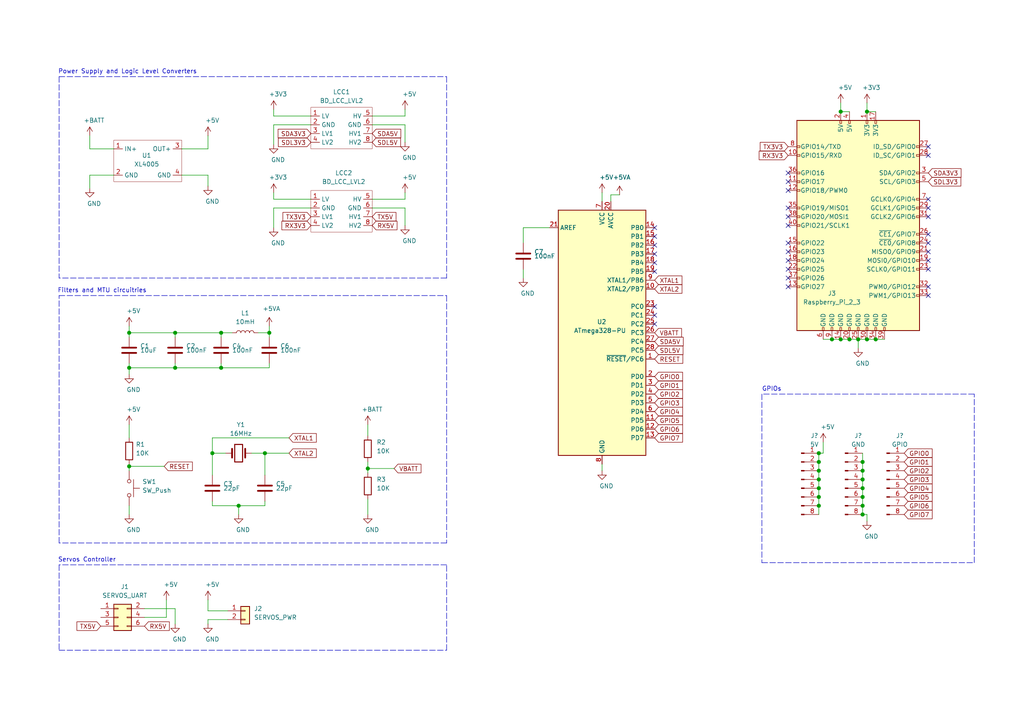
<source format=kicad_sch>
(kicad_sch (version 20201015) (generator eeschema)
  (paper "A4")
  (lib_symbols
    (symbol "Connector:Conn_01x08_Male" (pin_names (offset 1.016) hide)
      (property "Reference" "J" (at 0 10.16 0))
      (property "Value" "Conn_01x08_Male" (at 0 -12.7 0))
      (symbol "Conn_01x08_Male_1_1"
        (rectangle (start 0.8636 -10.033) (end 0 -10.287) (stroke (width 0.1524)) (fill (type outline)))
        (rectangle (start 0.8636 -7.493) (end 0 -7.747) (stroke (width 0.1524)) (fill (type outline)))
        (rectangle (start 0.8636 -4.953) (end 0 -5.207) (stroke (width 0.1524)) (fill (type outline)))
        (rectangle (start 0.8636 -2.413) (end 0 -2.667) (stroke (width 0.1524)) (fill (type outline)))
        (rectangle (start 0.8636 0.127) (end 0 -0.127) (stroke (width 0.1524)) (fill (type outline)))
        (rectangle (start 0.8636 2.667) (end 0 2.413) (stroke (width 0.1524)) (fill (type outline)))
        (rectangle (start 0.8636 5.207) (end 0 4.953) (stroke (width 0.1524)) (fill (type outline)))
        (rectangle (start 0.8636 7.747) (end 0 7.493) (stroke (width 0.1524)) (fill (type outline)))
        (polyline (pts (xy 1.27 -10.16) (xy 0.8636 -10.16)) (stroke (width 0.1524)))
        (polyline (pts (xy 1.27 -7.62) (xy 0.8636 -7.62)) (stroke (width 0.1524)))
        (polyline (pts (xy 1.27 -5.08) (xy 0.8636 -5.08)) (stroke (width 0.1524)))
        (polyline (pts (xy 1.27 -2.54) (xy 0.8636 -2.54)) (stroke (width 0.1524)))
        (polyline (pts (xy 1.27 0) (xy 0.8636 0)) (stroke (width 0.1524)))
        (polyline (pts (xy 1.27 2.54) (xy 0.8636 2.54)) (stroke (width 0.1524)))
        (polyline (pts (xy 1.27 5.08) (xy 0.8636 5.08)) (stroke (width 0.1524)))
        (polyline (pts (xy 1.27 7.62) (xy 0.8636 7.62)) (stroke (width 0.1524)))
        (pin passive line (at 5.08 7.62 180) (length 3.81) (name "Pin_1") (number "1"))
        (pin passive line (at 5.08 5.08 180) (length 3.81) (name "Pin_2") (number "2"))
        (pin passive line (at 5.08 2.54 180) (length 3.81) (name "Pin_3") (number "3"))
        (pin passive line (at 5.08 0 180) (length 3.81) (name "Pin_4") (number "4"))
        (pin passive line (at 5.08 -2.54 180) (length 3.81) (name "Pin_5") (number "5"))
        (pin passive line (at 5.08 -5.08 180) (length 3.81) (name "Pin_6") (number "6"))
        (pin passive line (at 5.08 -7.62 180) (length 3.81) (name "Pin_7") (number "7"))
        (pin passive line (at 5.08 -10.16 180) (length 3.81) (name "Pin_8") (number "8"))
      )
    )
    (symbol "Connector:Raspberry_Pi_2_3" (pin_names (offset 1.016))
      (property "Reference" "J" (at -17.78 31.75 0))
      (property "Value" "Raspberry_Pi_2_3" (at 10.16 -31.75 0))
      (symbol "Raspberry_Pi_2_3_0_1"
        (rectangle (start -17.78 30.48) (end 17.78 -30.48) (stroke (width 0.254)) (fill (type background)))
      )
      (symbol "Raspberry_Pi_2_3_1_1"
        (rectangle (start -16.891 -17.526) (end -17.78 -18.034))
        (rectangle (start -16.891 -14.986) (end -17.78 -15.494))
        (rectangle (start -16.891 -12.446) (end -17.78 -12.954))
        (rectangle (start -16.891 -9.906) (end -17.78 -10.414))
        (rectangle (start -16.891 -7.366) (end -17.78 -7.874))
        (rectangle (start -16.891 -4.826) (end -17.78 -5.334))
        (rectangle (start -16.891 0.254) (end -17.78 -0.254))
        (rectangle (start -16.891 2.794) (end -17.78 2.286))
        (rectangle (start -16.891 5.334) (end -17.78 4.826))
        (rectangle (start -16.891 10.414) (end -17.78 9.906))
        (rectangle (start -16.891 12.954) (end -17.78 12.446))
        (rectangle (start -16.891 15.494) (end -17.78 14.986))
        (rectangle (start -16.891 20.574) (end -17.78 20.066))
        (rectangle (start -16.891 23.114) (end -17.78 22.606))
        (rectangle (start -10.414 -29.591) (end -9.906 -30.48))
        (rectangle (start -7.874 -29.591) (end -7.366 -30.48))
        (rectangle (start -5.334 -29.591) (end -4.826 -30.48))
        (rectangle (start -5.334 30.48) (end -4.826 29.591))
        (rectangle (start -2.794 -29.591) (end -2.286 -30.48))
        (rectangle (start -2.794 30.48) (end -2.286 29.591))
        (rectangle (start -0.254 -29.591) (end 0.254 -30.48))
        (rectangle (start 2.286 -29.591) (end 2.794 -30.48))
        (rectangle (start 2.286 30.48) (end 2.794 29.591))
        (rectangle (start 4.826 -29.591) (end 5.334 -30.48))
        (rectangle (start 4.826 30.48) (end 5.334 29.591))
        (rectangle (start 7.366 -29.591) (end 7.874 -30.48))
        (rectangle (start 17.78 -20.066) (end 16.891 -20.574))
        (rectangle (start 17.78 -17.526) (end 16.891 -18.034))
        (rectangle (start 17.78 -12.446) (end 16.891 -12.954))
        (rectangle (start 17.78 -9.906) (end 16.891 -10.414))
        (rectangle (start 17.78 -7.366) (end 16.891 -7.874))
        (rectangle (start 17.78 -4.826) (end 16.891 -5.334))
        (rectangle (start 17.78 -2.286) (end 16.891 -2.794))
        (rectangle (start 17.78 2.794) (end 16.891 2.286))
        (rectangle (start 17.78 5.334) (end 16.891 4.826))
        (rectangle (start 17.78 7.874) (end 16.891 7.366))
        (rectangle (start 17.78 12.954) (end 16.891 12.446))
        (rectangle (start 17.78 15.494) (end 16.891 14.986))
        (rectangle (start 17.78 20.574) (end 16.891 20.066))
        (rectangle (start 17.78 23.114) (end 16.891 22.606))
        (pin power_in line (at 2.54 33.02 270) (length 2.54) (name "3V3") (number "1"))
        (pin bidirectional line (at -20.32 20.32 0) (length 2.54) (name "GPIO15/RXD") (number "10"))
        (pin bidirectional line (at -20.32 12.7 0) (length 2.54) (name "GPIO17") (number "11"))
        (pin bidirectional line (at -20.32 10.16 0) (length 2.54) (name "GPIO18/PWM0") (number "12"))
        (pin bidirectional line (at -20.32 -17.78 0) (length 2.54) (name "GPIO27") (number "13"))
        (pin power_in line (at -5.08 -33.02 90) (length 2.54) (name "GND") (number "14"))
        (pin bidirectional line (at -20.32 -5.08 0) (length 2.54) (name "GPIO22") (number "15"))
        (pin bidirectional line (at -20.32 -7.62 0) (length 2.54) (name "GPIO23") (number "16"))
        (pin power_in line (at 5.08 33.02 270) (length 2.54) (name "3V3") (number "17"))
        (pin bidirectional line (at -20.32 -10.16 0) (length 2.54) (name "GPIO24") (number "18"))
        (pin bidirectional line (at 20.32 -10.16 180) (length 2.54) (name "MOSI0/GPIO10") (number "19"))
        (pin power_in line (at -5.08 33.02 270) (length 2.54) (name "5V") (number "2"))
        (pin power_in line (at -2.54 -33.02 90) (length 2.54) (name "GND") (number "20"))
        (pin bidirectional line (at 20.32 -7.62 180) (length 2.54) (name "MISO0/GPIO9") (number "21"))
        (pin bidirectional line (at -20.32 -12.7 0) (length 2.54) (name "GPIO25") (number "22"))
        (pin bidirectional line (at 20.32 -12.7 180) (length 2.54) (name "SCLK0/GPIO11") (number "23"))
        (pin bidirectional line (at 20.32 -5.08 180) (length 2.54) (name "~CE0~/GPIO8") (number "24"))
        (pin power_in line (at 0 -33.02 90) (length 2.54) (name "GND") (number "25"))
        (pin bidirectional line (at 20.32 -2.54 180) (length 2.54) (name "~CE1~/GPIO7") (number "26"))
        (pin bidirectional line (at 20.32 22.86 180) (length 2.54) (name "ID_SD/GPIO0") (number "27"))
        (pin bidirectional line (at 20.32 20.32 180) (length 2.54) (name "ID_SC/GPIO1") (number "28"))
        (pin bidirectional line (at 20.32 5.08 180) (length 2.54) (name "GCLK1/GPIO5") (number "29"))
        (pin bidirectional line (at 20.32 15.24 180) (length 2.54) (name "SDA/GPIO2") (number "3"))
        (pin power_in line (at 2.54 -33.02 90) (length 2.54) (name "GND") (number "30"))
        (pin bidirectional line (at 20.32 2.54 180) (length 2.54) (name "GCLK2/GPIO6") (number "31"))
        (pin bidirectional line (at 20.32 -17.78 180) (length 2.54) (name "PWM0/GPIO12") (number "32"))
        (pin bidirectional line (at 20.32 -20.32 180) (length 2.54) (name "PWM1/GPIO13") (number "33"))
        (pin power_in line (at 5.08 -33.02 90) (length 2.54) (name "GND") (number "34"))
        (pin bidirectional line (at -20.32 5.08 0) (length 2.54) (name "GPIO19/MISO1") (number "35"))
        (pin bidirectional line (at -20.32 15.24 0) (length 2.54) (name "GPIO16") (number "36"))
        (pin bidirectional line (at -20.32 -15.24 0) (length 2.54) (name "GPIO26") (number "37"))
        (pin bidirectional line (at -20.32 2.54 0) (length 2.54) (name "GPIO20/MOSI1") (number "38"))
        (pin power_in line (at 7.62 -33.02 90) (length 2.54) (name "GND") (number "39"))
        (pin power_in line (at -2.54 33.02 270) (length 2.54) (name "5V") (number "4"))
        (pin bidirectional line (at -20.32 0 0) (length 2.54) (name "GPIO21/SCLK1") (number "40"))
        (pin bidirectional line (at 20.32 12.7 180) (length 2.54) (name "SCL/GPIO3") (number "5"))
        (pin power_in line (at -10.16 -33.02 90) (length 2.54) (name "GND") (number "6"))
        (pin bidirectional line (at 20.32 7.62 180) (length 2.54) (name "GCLK0/GPIO4") (number "7"))
        (pin bidirectional line (at -20.32 22.86 0) (length 2.54) (name "GPIO14/TXD") (number "8"))
        (pin power_in line (at -7.62 -33.02 90) (length 2.54) (name "GND") (number "9"))
      )
    )
    (symbol "Connector_Generic:Conn_01x02" (pin_names (offset 1.016) hide)
      (property "Reference" "J" (at 0 2.54 0))
      (property "Value" "Conn_01x02" (at 0 -5.08 0))
      (symbol "Conn_01x02_1_1"
        (rectangle (start -1.27 -2.413) (end 0 -2.667) (stroke (width 0.1524)))
        (rectangle (start -1.27 0.127) (end 0 -0.127) (stroke (width 0.1524)))
        (rectangle (start -1.27 1.27) (end 1.27 -3.81) (stroke (width 0.254)) (fill (type background)))
        (pin passive line (at -5.08 0 0) (length 3.81) (name "Pin_1") (number "1"))
        (pin passive line (at -5.08 -2.54 0) (length 3.81) (name "Pin_2") (number "2"))
      )
    )
    (symbol "Connector_Generic:Conn_02x03_Odd_Even" (pin_names (offset 1.016) hide)
      (property "Reference" "J" (at 1.27 5.08 0))
      (property "Value" "Conn_02x03_Odd_Even" (at 1.27 -5.08 0))
      (symbol "Conn_02x03_Odd_Even_1_1"
        (rectangle (start -1.27 -2.413) (end 0 -2.667) (stroke (width 0.1524)))
        (rectangle (start -1.27 2.667) (end 0 2.413) (stroke (width 0.1524)))
        (rectangle (start -1.27 3.81) (end 3.81 -3.81) (stroke (width 0.254)) (fill (type background)))
        (rectangle (start -1.27 0.127) (end 0 -0.127) (stroke (width 0.1524)))
        (rectangle (start 3.81 -2.413) (end 2.54 -2.667) (stroke (width 0.1524)))
        (rectangle (start 3.81 2.667) (end 2.54 2.413) (stroke (width 0.1524)))
        (rectangle (start 3.81 0.127) (end 2.54 -0.127) (stroke (width 0.1524)))
        (pin passive line (at -5.08 2.54 0) (length 3.81) (name "Pin_1") (number "1"))
        (pin passive line (at 7.62 2.54 180) (length 3.81) (name "Pin_2") (number "2"))
        (pin passive line (at -5.08 0 0) (length 3.81) (name "Pin_3") (number "3"))
        (pin passive line (at 7.62 0 180) (length 3.81) (name "Pin_4") (number "4"))
        (pin passive line (at -5.08 -2.54 0) (length 3.81) (name "Pin_5") (number "5"))
        (pin passive line (at 7.62 -2.54 180) (length 3.81) (name "Pin_6") (number "6"))
      )
    )
    (symbol "DC_DC:XL4005"
      (property "Reference" "U" (at 0 8.89 0))
      (property "Value" "XL4005" (at 0 6.985 0))
      (symbol "XL4005_0_1"
        (rectangle (start -9.525 5.715) (end 10.16 -6.35) (stroke (width 0.0006)))
      )
      (symbol "XL4005_1_1"
        (pin power_in line (at -9.525 3.175 0) (length 2.54) (name "IN+") (number "1"))
        (pin input line (at -9.525 -4.445 0) (length 2.54) (name "GND") (number "2"))
        (pin power_out line (at 10.16 3.175 180) (length 2.54) (name "OUT+") (number "3"))
        (pin input line (at 10.16 -4.445 180) (length 2.54) (name "GND") (number "4"))
      )
    )
    (symbol "Device:C" (pin_numbers hide) (pin_names (offset 0.254))
      (property "Reference" "C" (at 0.635 2.54 0))
      (property "Value" "C" (at 0.635 -2.54 0))
      (symbol "C_0_1"
        (polyline (pts (xy -2.032 -0.762) (xy 2.032 -0.762)) (stroke (width 0.508)))
        (polyline (pts (xy -2.032 0.762) (xy 2.032 0.762)) (stroke (width 0.508)))
      )
      (symbol "C_1_1"
        (pin passive line (at 0 3.81 270) (length 2.794) (name "~") (number "1"))
        (pin passive line (at 0 -3.81 90) (length 2.794) (name "~") (number "2"))
      )
    )
    (symbol "Device:Crystal" (pin_numbers hide) (pin_names (offset 1.016) hide)
      (property "Reference" "Y" (at 0 3.81 0))
      (property "Value" "Crystal" (at 0 -3.81 0))
      (symbol "Crystal_0_1"
        (rectangle (start -1.143 2.54) (end 1.143 -2.54) (stroke (width 0.3048)))
        (polyline (pts (xy -2.54 0) (xy -1.905 0)))
        (polyline (pts (xy -1.905 -1.27) (xy -1.905 1.27)) (stroke (width 0.508)))
        (polyline (pts (xy 1.905 -1.27) (xy 1.905 1.27)) (stroke (width 0.508)))
        (polyline (pts (xy 2.54 0) (xy 1.905 0)))
      )
      (symbol "Crystal_1_1"
        (pin passive line (at -3.81 0 0) (length 1.27) (name "1") (number "1"))
        (pin passive line (at 3.81 0 180) (length 1.27) (name "2") (number "2"))
      )
    )
    (symbol "Device:L" (pin_numbers hide) (pin_names (offset 1.016) hide)
      (property "Reference" "L" (at -1.27 0 90))
      (property "Value" "L" (at 1.905 0 90))
      (symbol "L_0_1"
        (arc (start 0 -2.54) (end 0 -1.27) (radius (at 0 -1.905) (length 0.635) (angles -89.9 89.9)))
        (arc (start 0 -1.27) (end 0 0) (radius (at 0 -0.635) (length 0.635) (angles -89.9 89.9)))
        (arc (start 0 0) (end 0 1.27) (radius (at 0 0.635) (length 0.635) (angles -89.9 89.9)))
        (arc (start 0 1.27) (end 0 2.54) (radius (at 0 1.905) (length 0.635) (angles -89.9 89.9)))
      )
      (symbol "L_1_1"
        (pin passive line (at 0 3.81 270) (length 1.27) (name "1") (number "1"))
        (pin passive line (at 0 -3.81 90) (length 1.27) (name "2") (number "2"))
      )
    )
    (symbol "Device:R" (pin_numbers hide) (pin_names (offset 0))
      (property "Reference" "R" (at 2.032 0 90))
      (property "Value" "R" (at 0 0 90))
      (symbol "R_0_1"
        (rectangle (start -1.016 -2.54) (end 1.016 2.54) (stroke (width 0.254)))
      )
      (symbol "R_1_1"
        (pin passive line (at 0 3.81 270) (length 1.27) (name "~") (number "1"))
        (pin passive line (at 0 -3.81 90) (length 1.27) (name "~") (number "2"))
      )
    )
    (symbol "Logic_LevelConverter:BD_LCC1"
      (property "Reference" "LCC" (at 0 10.795 0))
      (property "Value" "BD_LCC_LVL2" (at 0 8.89 0))
      (symbol "BD_LCC1_0_1"
        (rectangle (start -8.89 6.985) (end 8.89 -5.08) (stroke (width 0.0006)))
      )
      (symbol "BD_LCC1_1_1"
        (pin bidirectional line (at 8.89 -0.635 180) (length 2.54) (name "HV1") (number "7"))
        (pin bidirectional line (at 8.89 -3.175 180) (length 2.54) (name "HV2") (number "8"))
        (pin bidirectional line (at -8.89 -3.175 0) (length 2.54) (name "LV2") (number "4"))
        (pin bidirectional line (at -8.89 -0.635 0) (length 2.54) (name "LV1") (number "3"))
        (pin input line (at -8.89 1.905 0) (length 2.54) (name "GND") (number "2"))
        (pin input line (at 8.89 1.905 180) (length 2.54) (name "GND") (number "6"))
        (pin power_in line (at -8.89 4.445 0) (length 2.54) (name "LV") (number "1"))
        (pin power_in line (at 8.89 4.445 180) (length 2.54) (name "HV") (number "5"))
      )
    )
    (symbol "Logic_LevelConverter:BD_LCC1_1"
      (property "Reference" "LCC" (at 0 10.795 0))
      (property "Value" "BD_LCC_2LVL" (at 0 8.89 0))
      (symbol "BD_LCC1_1_0_1"
        (rectangle (start -8.89 6.985) (end 8.89 -5.08) (stroke (width 0.0006)))
      )
      (symbol "BD_LCC1_1_1_1"
        (pin bidirectional line (at 8.89 -0.635 180) (length 2.54) (name "HV1") (number "7"))
        (pin bidirectional line (at 8.89 -3.175 180) (length 2.54) (name "HV2") (number "8"))
        (pin bidirectional line (at -8.89 -3.175 0) (length 2.54) (name "LV2") (number "4"))
        (pin bidirectional line (at -8.89 -0.635 0) (length 2.54) (name "LV1") (number "3"))
        (pin input line (at -8.89 1.905 0) (length 2.54) (name "GND") (number "2"))
        (pin input line (at 8.89 1.905 180) (length 2.54) (name "GND") (number "6"))
        (pin power_in line (at -8.89 4.445 0) (length 2.54) (name "LV") (number "1"))
        (pin power_in line (at 8.89 4.445 180) (length 2.54) (name "HV") (number "5"))
      )
    )
    (symbol "MCU_Microchip_ATmega:ATmega328-PU"
      (property "Reference" "U" (at -12.7 36.83 0))
      (property "Value" "ATmega328-PU" (at 2.54 -36.83 0))
      (symbol "ATmega328-PU_0_1"
        (rectangle (start -12.7 -35.56) (end 12.7 35.56) (stroke (width 0.254)) (fill (type background)))
      )
      (symbol "ATmega328-PU_1_1"
        (pin bidirectional line (at 15.24 -7.62 180) (length 2.54) (name "~RESET~/PC6") (number "1"))
        (pin bidirectional line (at 15.24 12.7 180) (length 2.54) (name "XTAL2/PB7") (number "10"))
        (pin bidirectional line (at 15.24 -25.4 180) (length 2.54) (name "PD5") (number "11"))
        (pin bidirectional line (at 15.24 -27.94 180) (length 2.54) (name "PD6") (number "12"))
        (pin bidirectional line (at 15.24 -30.48 180) (length 2.54) (name "PD7") (number "13"))
        (pin bidirectional line (at 15.24 30.48 180) (length 2.54) (name "PB0") (number "14"))
        (pin bidirectional line (at 15.24 27.94 180) (length 2.54) (name "PB1") (number "15"))
        (pin bidirectional line (at 15.24 25.4 180) (length 2.54) (name "PB2") (number "16"))
        (pin bidirectional line (at 15.24 22.86 180) (length 2.54) (name "PB3") (number "17"))
        (pin bidirectional line (at 15.24 20.32 180) (length 2.54) (name "PB4") (number "18"))
        (pin bidirectional line (at 15.24 17.78 180) (length 2.54) (name "PB5") (number "19"))
        (pin bidirectional line (at 15.24 -12.7 180) (length 2.54) (name "PD0") (number "2"))
        (pin power_in line (at 2.54 38.1 270) (length 2.54) (name "AVCC") (number "20"))
        (pin passive line (at -15.24 30.48 0) (length 2.54) (name "AREF") (number "21"))
        (pin passive line (at 0 -38.1 90) (length 2.54) hide (name "GND") (number "22"))
        (pin bidirectional line (at 15.24 7.62 180) (length 2.54) (name "PC0") (number "23"))
        (pin bidirectional line (at 15.24 5.08 180) (length 2.54) (name "PC1") (number "24"))
        (pin bidirectional line (at 15.24 2.54 180) (length 2.54) (name "PC2") (number "25"))
        (pin bidirectional line (at 15.24 0 180) (length 2.54) (name "PC3") (number "26"))
        (pin bidirectional line (at 15.24 -2.54 180) (length 2.54) (name "PC4") (number "27"))
        (pin bidirectional line (at 15.24 -5.08 180) (length 2.54) (name "PC5") (number "28"))
        (pin bidirectional line (at 15.24 -15.24 180) (length 2.54) (name "PD1") (number "3"))
        (pin bidirectional line (at 15.24 -17.78 180) (length 2.54) (name "PD2") (number "4"))
        (pin bidirectional line (at 15.24 -20.32 180) (length 2.54) (name "PD3") (number "5"))
        (pin bidirectional line (at 15.24 -22.86 180) (length 2.54) (name "PD4") (number "6"))
        (pin power_in line (at 0 38.1 270) (length 2.54) (name "VCC") (number "7"))
        (pin power_in line (at 0 -38.1 90) (length 2.54) (name "GND") (number "8"))
        (pin bidirectional line (at 15.24 15.24 180) (length 2.54) (name "XTAL1/PB6") (number "9"))
      )
    )
    (symbol "Switch:SW_Push" (pin_numbers hide) (pin_names (offset 1.016) hide)
      (property "Reference" "SW" (at 1.27 2.54 0))
      (property "Value" "SW_Push" (at 0 -1.524 0))
      (symbol "SW_Push_0_1"
        (circle (center -2.032 0) (radius 0.508))
        (circle (center 2.032 0) (radius 0.508))
        (polyline (pts (xy 0 1.27) (xy 0 3.048)))
        (polyline (pts (xy 2.54 1.27) (xy -2.54 1.27)))
        (pin passive line (at -5.08 0 0) (length 2.54) (name "1") (number "1"))
        (pin passive line (at 5.08 0 180) (length 2.54) (name "2") (number "2"))
      )
    )
    (symbol "power:+3V3" (power) (pin_names (offset 0))
      (property "Value" "+3V3" (at 0 3.556 0))
      (symbol "+3V3_0_1"
        (polyline (pts (xy -0.762 1.27) (xy 0 2.54)))
        (polyline (pts (xy 0 0) (xy 0 2.54)))
        (polyline (pts (xy 0 2.54) (xy 0.762 1.27)))
      )
      (symbol "+3V3_1_1"
        (pin power_in line (at 0 0 90) (length 0) hide (name "+3V3") (number "1"))
      )
    )
    (symbol "power:+5V" (power) (pin_names (offset 0))
      (property "Value" "+5V" (at 0 3.556 0))
      (symbol "+5V_0_1"
        (polyline (pts (xy -0.762 1.27) (xy 0 2.54)))
        (polyline (pts (xy 0 0) (xy 0 2.54)))
        (polyline (pts (xy 0 2.54) (xy 0.762 1.27)))
      )
      (symbol "+5V_1_1"
        (pin power_in line (at 0 0 90) (length 0) hide (name "+5V") (number "1"))
      )
    )
    (symbol "power:+5VA" (power) (pin_names (offset 0))
      (property "Value" "+5VA" (at 0 3.556 0))
      (symbol "+5VA_0_1"
        (polyline (pts (xy -0.762 1.27) (xy 0 2.54)))
        (polyline (pts (xy 0 0) (xy 0 2.54)))
        (polyline (pts (xy 0 2.54) (xy 0.762 1.27)))
      )
      (symbol "+5VA_1_1"
        (pin power_in line (at 0 0 90) (length 0) hide (name "+5VA") (number "1"))
      )
    )
    (symbol "power:+BATT" (power) (pin_names (offset 0))
      (property "Value" "+BATT" (at 0 3.556 0))
      (symbol "+BATT_0_1"
        (polyline (pts (xy -0.762 1.27) (xy 0 2.54)))
        (polyline (pts (xy 0 0) (xy 0 2.54)))
        (polyline (pts (xy 0 2.54) (xy 0.762 1.27)))
      )
      (symbol "+BATT_1_1"
        (pin power_in line (at 0 0 90) (length 0) hide (name "+BATT") (number "1"))
      )
    )
    (symbol "power:GND" (power) (pin_names (offset 0))
      (property "Value" "GND" (at 0 -3.81 0))
      (symbol "GND_0_1"
        (polyline (pts (xy 0 0) (xy 0 -1.27) (xy 1.27 -1.27) (xy 0 -2.54) (xy -1.27 -1.27) (xy 0 -1.27)))
      )
      (symbol "GND_1_1"
        (pin power_in line (at 0 0 270) (length 0) hide (name "GND") (number "1"))
      )
    )
  )
  (junction (at 37.465 96.52) (diameter 1.016))
  (junction (at 37.465 106.68) (diameter 1.016))
  (junction (at 37.465 135.255) (diameter 1.016))
  (junction (at 50.8 96.52) (diameter 1.016))
  (junction (at 50.8 106.68) (diameter 1.016))
  (junction (at 61.595 131.445) (diameter 1.016))
  (junction (at 64.135 96.52) (diameter 1.016))
  (junction (at 64.135 106.68) (diameter 1.016))
  (junction (at 69.215 146.685) (diameter 1.016))
  (junction (at 76.835 131.445) (diameter 1.016))
  (junction (at 78.105 96.52) (diameter 1.016))
  (junction (at 106.68 135.89) (diameter 1.016))
  (junction (at 237.49 131.445) (diameter 1.016))
  (junction (at 237.49 133.985) (diameter 1.016))
  (junction (at 237.49 136.525) (diameter 1.016))
  (junction (at 237.49 139.065) (diameter 1.016))
  (junction (at 237.49 141.605) (diameter 1.016))
  (junction (at 237.49 144.145) (diameter 1.016))
  (junction (at 237.49 146.685) (diameter 1.016))
  (junction (at 241.3 98.425) (diameter 1.016))
  (junction (at 243.84 32.385) (diameter 1.016))
  (junction (at 243.84 98.425) (diameter 1.016))
  (junction (at 246.38 98.425) (diameter 1.016))
  (junction (at 248.92 98.425) (diameter 1.016))
  (junction (at 250.19 133.985) (diameter 1.016))
  (junction (at 250.19 136.525) (diameter 1.016))
  (junction (at 250.19 139.065) (diameter 1.016))
  (junction (at 250.19 141.605) (diameter 1.016))
  (junction (at 250.19 144.145) (diameter 1.016))
  (junction (at 250.19 146.685) (diameter 1.016))
  (junction (at 250.19 149.225) (diameter 1.016))
  (junction (at 251.46 32.385) (diameter 1.016))
  (junction (at 251.46 98.425) (diameter 1.016))
  (junction (at 254 98.425) (diameter 1.016))
  (no_connect (at 228.6 73.025))
  (no_connect (at 228.6 83.185))
  (no_connect (at 228.6 78.105))
  (no_connect (at 269.24 73.025))
  (no_connect (at 228.6 62.865))
  (no_connect (at 269.24 42.545))
  (no_connect (at 189.865 73.66))
  (no_connect (at 189.865 78.74))
  (no_connect (at 189.865 71.12))
  (no_connect (at 269.24 67.945))
  (no_connect (at 228.6 80.645))
  (no_connect (at 269.24 83.185))
  (no_connect (at 269.24 85.725))
  (no_connect (at 228.6 52.705))
  (no_connect (at 228.6 70.485))
  (no_connect (at 228.6 55.245))
  (no_connect (at 189.865 66.04))
  (no_connect (at 269.24 70.485))
  (no_connect (at 189.865 88.9))
  (no_connect (at 228.6 50.165))
  (no_connect (at 269.24 57.785))
  (no_connect (at 228.6 60.325))
  (no_connect (at 269.24 45.085))
  (no_connect (at 189.865 93.98))
  (no_connect (at 189.865 76.2))
  (no_connect (at 189.865 91.44))
  (no_connect (at 269.24 62.865))
  (no_connect (at 228.6 75.565))
  (no_connect (at 269.24 60.325))
  (no_connect (at 189.865 68.58))
  (no_connect (at 228.6 65.405))
  (no_connect (at 269.24 75.565))
  (no_connect (at 269.24 78.105))
  (wire (pts (xy 26.035 39.37) (xy 26.035 43.18)))
  (wire (pts (xy 26.035 43.18) (xy 33.02 43.18)))
  (wire (pts (xy 26.035 50.8) (xy 26.035 54.61)))
  (wire (pts (xy 33.02 50.8) (xy 26.035 50.8)))
  (wire (pts (xy 37.465 94.615) (xy 37.465 96.52)))
  (wire (pts (xy 37.465 96.52) (xy 50.8 96.52)))
  (wire (pts (xy 37.465 97.79) (xy 37.465 96.52)))
  (wire (pts (xy 37.465 105.41) (xy 37.465 106.68)))
  (wire (pts (xy 37.465 106.68) (xy 37.465 108.585)))
  (wire (pts (xy 37.465 106.68) (xy 50.8 106.68)))
  (wire (pts (xy 37.465 123.19) (xy 37.465 127)))
  (wire (pts (xy 37.465 134.62) (xy 37.465 135.255)))
  (wire (pts (xy 37.465 135.255) (xy 37.465 136.525)))
  (wire (pts (xy 37.465 135.255) (xy 47.625 135.255)))
  (wire (pts (xy 37.465 146.685) (xy 37.465 149.225)))
  (wire (pts (xy 41.91 176.53) (xy 50.8 176.53)))
  (wire (pts (xy 41.91 179.07) (xy 48.26 179.07)))
  (wire (pts (xy 48.26 179.07) (xy 48.26 173.99)))
  (wire (pts (xy 50.8 96.52) (xy 50.8 97.79)))
  (wire (pts (xy 50.8 96.52) (xy 64.135 96.52)))
  (wire (pts (xy 50.8 106.68) (xy 50.8 105.41)))
  (wire (pts (xy 50.8 106.68) (xy 64.135 106.68)))
  (wire (pts (xy 50.8 176.53) (xy 50.8 180.975)))
  (wire (pts (xy 52.705 50.8) (xy 60.325 50.8)))
  (wire (pts (xy 60.325 39.37) (xy 60.325 43.18)))
  (wire (pts (xy 60.325 43.18) (xy 52.705 43.18)))
  (wire (pts (xy 60.325 50.8) (xy 60.325 53.975)))
  (wire (pts (xy 60.325 173.99) (xy 60.325 177.165)))
  (wire (pts (xy 60.325 177.165) (xy 66.04 177.165)))
  (wire (pts (xy 60.325 179.705) (xy 60.325 180.975)))
  (wire (pts (xy 61.595 127) (xy 61.595 131.445)))
  (wire (pts (xy 61.595 131.445) (xy 61.595 137.795)))
  (wire (pts (xy 61.595 146.685) (xy 61.595 145.415)))
  (wire (pts (xy 64.135 96.52) (xy 67.31 96.52)))
  (wire (pts (xy 64.135 97.79) (xy 64.135 96.52)))
  (wire (pts (xy 64.135 106.68) (xy 64.135 105.41)))
  (wire (pts (xy 64.135 106.68) (xy 78.105 106.68)))
  (wire (pts (xy 65.405 131.445) (xy 61.595 131.445)))
  (wire (pts (xy 66.04 179.705) (xy 60.325 179.705)))
  (wire (pts (xy 69.215 146.685) (xy 61.595 146.685)))
  (wire (pts (xy 69.215 146.685) (xy 69.215 149.225)))
  (wire (pts (xy 73.025 131.445) (xy 76.835 131.445)))
  (wire (pts (xy 74.93 96.52) (xy 78.105 96.52)))
  (wire (pts (xy 76.835 131.445) (xy 76.835 137.795)))
  (wire (pts (xy 76.835 131.445) (xy 83.82 131.445)))
  (wire (pts (xy 76.835 145.415) (xy 76.835 146.685)))
  (wire (pts (xy 76.835 146.685) (xy 69.215 146.685)))
  (wire (pts (xy 78.105 94.615) (xy 78.105 96.52)))
  (wire (pts (xy 78.105 96.52) (xy 78.105 97.79)))
  (wire (pts (xy 78.105 106.68) (xy 78.105 105.41)))
  (wire (pts (xy 79.375 31.75) (xy 79.375 33.655)))
  (wire (pts (xy 79.375 33.655) (xy 90.17 33.655)))
  (wire (pts (xy 79.375 36.195) (xy 90.17 36.195)))
  (wire (pts (xy 79.375 41.91) (xy 79.375 36.195)))
  (wire (pts (xy 79.375 55.88) (xy 79.375 57.785)))
  (wire (pts (xy 79.375 57.785) (xy 90.17 57.785)))
  (wire (pts (xy 79.375 60.325) (xy 90.17 60.325)))
  (wire (pts (xy 79.375 66.04) (xy 79.375 60.325)))
  (wire (pts (xy 83.82 127) (xy 61.595 127)))
  (wire (pts (xy 106.68 123.19) (xy 106.68 126.365)))
  (wire (pts (xy 106.68 133.985) (xy 106.68 135.89)))
  (wire (pts (xy 106.68 135.89) (xy 106.68 137.16)))
  (wire (pts (xy 106.68 135.89) (xy 114.3 135.89)))
  (wire (pts (xy 106.68 144.78) (xy 106.68 149.225)))
  (wire (pts (xy 107.95 33.655) (xy 117.475 33.655)))
  (wire (pts (xy 107.95 36.195) (xy 117.475 36.195)))
  (wire (pts (xy 107.95 57.785) (xy 117.475 57.785)))
  (wire (pts (xy 107.95 60.325) (xy 117.475 60.325)))
  (wire (pts (xy 117.475 33.655) (xy 117.475 31.75)))
  (wire (pts (xy 117.475 36.195) (xy 117.475 41.275)))
  (wire (pts (xy 117.475 57.785) (xy 117.475 55.88)))
  (wire (pts (xy 117.475 60.325) (xy 117.475 65.405)))
  (wire (pts (xy 151.765 66.04) (xy 151.765 70.485)))
  (wire (pts (xy 151.765 78.105) (xy 151.765 80.645)))
  (wire (pts (xy 159.385 66.04) (xy 151.765 66.04)))
  (wire (pts (xy 174.625 55.88) (xy 174.625 58.42)))
  (wire (pts (xy 174.625 134.62) (xy 174.625 136.525)))
  (wire (pts (xy 177.165 56.515) (xy 177.165 58.42)))
  (wire (pts (xy 179.705 56.515) (xy 177.165 56.515)))
  (wire (pts (xy 237.49 131.445) (xy 237.49 133.985)))
  (wire (pts (xy 237.49 133.985) (xy 237.49 136.525)))
  (wire (pts (xy 237.49 136.525) (xy 237.49 139.065)))
  (wire (pts (xy 237.49 139.065) (xy 237.49 141.605)))
  (wire (pts (xy 237.49 141.605) (xy 237.49 144.145)))
  (wire (pts (xy 237.49 144.145) (xy 237.49 146.685)))
  (wire (pts (xy 237.49 146.685) (xy 237.49 149.225)))
  (wire (pts (xy 238.76 98.425) (xy 241.3 98.425)))
  (wire (pts (xy 238.76 128.27) (xy 238.76 131.445)))
  (wire (pts (xy 238.76 131.445) (xy 237.49 131.445)))
  (wire (pts (xy 241.3 98.425) (xy 243.84 98.425)))
  (wire (pts (xy 243.84 29.845) (xy 243.84 32.385)))
  (wire (pts (xy 243.84 32.385) (xy 246.38 32.385)))
  (wire (pts (xy 243.84 98.425) (xy 246.38 98.425)))
  (wire (pts (xy 246.38 98.425) (xy 248.92 98.425)))
  (wire (pts (xy 248.92 98.425) (xy 248.92 100.965)))
  (wire (pts (xy 248.92 98.425) (xy 251.46 98.425)))
  (wire (pts (xy 250.19 131.445) (xy 250.19 133.985)))
  (wire (pts (xy 250.19 133.985) (xy 250.19 136.525)))
  (wire (pts (xy 250.19 136.525) (xy 250.19 139.065)))
  (wire (pts (xy 250.19 139.065) (xy 250.19 141.605)))
  (wire (pts (xy 250.19 141.605) (xy 250.19 144.145)))
  (wire (pts (xy 250.19 144.145) (xy 250.19 146.685)))
  (wire (pts (xy 250.19 146.685) (xy 250.19 149.225)))
  (wire (pts (xy 250.19 149.225) (xy 251.46 149.225)))
  (wire (pts (xy 251.46 29.845) (xy 251.46 32.385)))
  (wire (pts (xy 251.46 32.385) (xy 254 32.385)))
  (wire (pts (xy 251.46 98.425) (xy 254 98.425)))
  (wire (pts (xy 251.46 149.225) (xy 251.46 151.13)))
  (wire (pts (xy 254 98.425) (xy 256.54 98.425)))
  (polyline (pts (xy 17.145 22.225) (xy 17.145 80.645)) (stroke (width 0) (type dash)))
  (polyline (pts (xy 17.145 22.225) (xy 129.54 22.225)) (stroke (width 0) (type dash)))
  (polyline (pts (xy 17.145 85.725) (xy 129.54 85.725)) (stroke (width 0) (type dash)))
  (polyline (pts (xy 17.145 157.48) (xy 17.145 85.725)) (stroke (width 0) (type dash)))
  (polyline (pts (xy 17.145 163.83) (xy 17.145 188.595)) (stroke (width 0) (type dash)))
  (polyline (pts (xy 17.145 188.595) (xy 129.54 188.595)) (stroke (width 0) (type dash)))
  (polyline (pts (xy 129.54 22.225) (xy 129.54 80.645)) (stroke (width 0) (type dash)))
  (polyline (pts (xy 129.54 80.645) (xy 17.145 80.645)) (stroke (width 0) (type dash)))
  (polyline (pts (xy 129.54 85.725) (xy 129.54 157.48)) (stroke (width 0) (type dash)))
  (polyline (pts (xy 129.54 157.48) (xy 17.145 157.48)) (stroke (width 0) (type dash)))
  (polyline (pts (xy 129.54 163.83) (xy 17.145 163.83)) (stroke (width 0) (type dash)))
  (polyline (pts (xy 129.54 188.595) (xy 129.54 163.83)) (stroke (width 0) (type dash)))
  (polyline (pts (xy 220.98 114.3) (xy 220.98 163.195)) (stroke (width 0) (type dash)))
  (polyline (pts (xy 220.98 163.195) (xy 282.575 163.195)) (stroke (width 0) (type dash)))
  (polyline (pts (xy 282.575 114.3) (xy 220.98 114.3)) (stroke (width 0) (type dash)))
  (polyline (pts (xy 282.575 163.195) (xy 282.575 114.3)) (stroke (width 0) (type dash)))
  (text "Servos Controller" (at 33.655 163.195 180) (effects (font (size 1.27 1.27)) (justify right bottom)))
  (text "Filters and MTU circuitries" (at 42.545 85.09 180) (effects (font (size 1.27 1.27)) (justify right bottom)))
  (text "Power Supply and Logic Level Converters" (at 57.15 21.59 180) (effects (font (size 1.27 1.27)) (justify right bottom)))
  (text "GPIOs" (at 226.695 113.665 180) (effects (font (size 1.27 1.27)) (justify right bottom)))
  (global_label "TX5V" (shape input) (at 29.21 181.61 180) (property "Intersheet References" "${INTERSHEET_REFS}" (effects hide)))
  (global_label "RX5V" (shape input) (at 41.91 181.61 0) (property "Intersheet References" "${INTERSHEET_REFS}" (effects hide)))
  (global_label "RESET" (shape input) (at 47.625 135.255 0) (property "Intersheet References" "${INTERSHEET_REFS}" (effects hide)))
  (global_label "XTAL1" (shape input) (at 83.82 127 0) (property "Intersheet References" "${INTERSHEET_REFS}" (effects hide)))
  (global_label "XTAL2" (shape input) (at 83.82 131.445 0) (property "Intersheet References" "${INTERSHEET_REFS}" (effects hide)))
  (global_label "SDA3V3" (shape input) (at 90.17 38.735 180) (property "Intersheet References" "${INTERSHEET_REFS}" (effects hide)))
  (global_label "SDL3V3" (shape input) (at 90.17 41.275 180) (property "Intersheet References" "${INTERSHEET_REFS}" (effects hide)))
  (global_label "TX3V3" (shape input) (at 90.17 62.865 180) (property "Intersheet References" "${INTERSHEET_REFS}" (effects hide)))
  (global_label "RX3V3" (shape input) (at 90.17 65.405 180) (property "Intersheet References" "${INTERSHEET_REFS}" (effects hide)))
  (global_label "SDA5V" (shape input) (at 107.95 38.735 0) (property "Intersheet References" "${INTERSHEET_REFS}" (effects hide)))
  (global_label "SDL5V" (shape input) (at 107.95 41.275 0) (property "Intersheet References" "${INTERSHEET_REFS}" (effects hide)))
  (global_label "TX5V" (shape input) (at 107.95 62.865 0) (property "Intersheet References" "${INTERSHEET_REFS}" (effects hide)))
  (global_label "RX5V" (shape input) (at 107.95 65.405 0) (property "Intersheet References" "${INTERSHEET_REFS}" (effects hide)))
  (global_label "VBATT" (shape input) (at 114.3 135.89 0) (property "Intersheet References" "${INTERSHEET_REFS}" (effects hide)))
  (global_label "XTAL1" (shape input) (at 189.865 81.28 0) (property "Intersheet References" "${INTERSHEET_REFS}" (effects hide)))
  (global_label "XTAL2" (shape input) (at 189.865 83.82 0) (property "Intersheet References" "${INTERSHEET_REFS}" (effects hide)))
  (global_label "VBATT" (shape input) (at 189.865 96.52 0) (property "Intersheet References" "${INTERSHEET_REFS}" (effects hide)))
  (global_label "SDA5V" (shape input) (at 189.865 99.06 0) (property "Intersheet References" "${INTERSHEET_REFS}" (effects hide)))
  (global_label "SDL5V" (shape input) (at 189.865 101.6 0) (property "Intersheet References" "${INTERSHEET_REFS}" (effects hide)))
  (global_label "RESET" (shape input) (at 189.865 104.14 0) (property "Intersheet References" "${INTERSHEET_REFS}" (effects hide)))
  (global_label "GPIO0" (shape input) (at 189.865 109.22 0) (property "Intersheet References" "${INTERSHEET_REFS}" (effects hide)))
  (global_label "GPIO1" (shape input) (at 189.865 111.76 0) (property "Intersheet References" "${INTERSHEET_REFS}" (effects hide)))
  (global_label "GPIO2" (shape input) (at 189.865 114.3 0) (property "Intersheet References" "${INTERSHEET_REFS}" (effects hide)))
  (global_label "GPIO3" (shape input) (at 189.865 116.84 0) (property "Intersheet References" "${INTERSHEET_REFS}" (effects hide)))
  (global_label "GPIO4" (shape input) (at 189.865 119.38 0) (property "Intersheet References" "${INTERSHEET_REFS}" (effects hide)))
  (global_label "GPIO5" (shape input) (at 189.865 121.92 0) (property "Intersheet References" "${INTERSHEET_REFS}" (effects hide)))
  (global_label "GPIO6" (shape input) (at 189.865 124.46 0) (property "Intersheet References" "${INTERSHEET_REFS}" (effects hide)))
  (global_label "GPIO7" (shape input) (at 189.865 127 0) (property "Intersheet References" "${INTERSHEET_REFS}" (effects hide)))
  (global_label "TX3V3" (shape input) (at 228.6 42.545 180) (property "Intersheet References" "${INTERSHEET_REFS}" (effects hide)))
  (global_label "RX3V3" (shape input) (at 228.6 45.085 180) (property "Intersheet References" "${INTERSHEET_REFS}" (effects hide)))
  (global_label "GPIO0" (shape input) (at 262.255 131.445 0) (property "Intersheet References" "${INTERSHEET_REFS}" (effects hide)))
  (global_label "GPIO1" (shape input) (at 262.255 133.985 0) (property "Intersheet References" "${INTERSHEET_REFS}" (effects hide)))
  (global_label "GPIO2" (shape input) (at 262.255 136.525 0) (property "Intersheet References" "${INTERSHEET_REFS}" (effects hide)))
  (global_label "GPIO3" (shape input) (at 262.255 139.065 0) (property "Intersheet References" "${INTERSHEET_REFS}" (effects hide)))
  (global_label "GPIO4" (shape input) (at 262.255 141.605 0) (property "Intersheet References" "${INTERSHEET_REFS}" (effects hide)))
  (global_label "GPIO5" (shape input) (at 262.255 144.145 0) (property "Intersheet References" "${INTERSHEET_REFS}" (effects hide)))
  (global_label "GPIO6" (shape input) (at 262.255 146.685 0) (property "Intersheet References" "${INTERSHEET_REFS}" (effects hide)))
  (global_label "GPIO7" (shape input) (at 262.255 149.225 0) (property "Intersheet References" "${INTERSHEET_REFS}" (effects hide)))
  (global_label "SDA3V3" (shape input) (at 269.24 50.165 0) (property "Intersheet References" "${INTERSHEET_REFS}" (effects hide)))
  (global_label "SDL3V3" (shape input) (at 269.24 52.705 0) (property "Intersheet References" "${INTERSHEET_REFS}" (effects hide)))
  (symbol (lib_id "power:+BATT") (at 26.035 39.37 0) (unit 1)
    (property "Reference" "#PWR01" (effects hide))
    (property "Value" "+BATT" (at 27.305 34.925 0))
  )
  (symbol (lib_id "power:+5V") (at 37.465 94.615 0) (unit 1)
    (property "Reference" "#PWR03" (effects hide))
    (property "Value" "+5V" (at 38.735 90.17 0))
  )
  (symbol (lib_id "power:+5V") (at 37.465 123.19 0) (unit 1)
    (property "Reference" "#PWR05" (effects hide))
    (property "Value" "+5V" (at 38.735 118.745 0))
  )
  (symbol (lib_id "power:+5V") (at 48.26 173.99 0) (unit 1)
    (property "Reference" "#PWR07" (effects hide))
    (property "Value" "+5V" (at 49.53 169.545 0))
  )
  (symbol (lib_id "power:+5V") (at 60.325 39.37 0) (unit 1)
    (property "Reference" "#PWR09" (effects hide))
    (property "Value" "+5V" (at 61.595 34.925 0))
  )
  (symbol (lib_id "power:+5V") (at 60.325 173.99 0) (unit 1)
    (property "Reference" "#PWR011" (effects hide))
    (property "Value" "+5V" (at 61.595 169.545 0))
  )
  (symbol (lib_id "power:+5VA") (at 78.105 94.615 0) (unit 1)
    (property "Reference" "#PWR014" (effects hide))
    (property "Value" "+5VA" (at 78.74 89.535 0))
  )
  (symbol (lib_id "power:+3V3") (at 79.375 31.75 0) (unit 1)
    (property "Reference" "#PWR015" (effects hide))
    (property "Value" "+3V3" (at 80.645 27.305 0))
  )
  (symbol (lib_id "power:+3V3") (at 79.375 55.88 0) (unit 1)
    (property "Reference" "#PWR017" (effects hide))
    (property "Value" "+3V3" (at 80.645 51.435 0))
  )
  (symbol (lib_id "power:+BATT") (at 106.68 123.19 0) (unit 1)
    (property "Reference" "#PWR019" (effects hide))
    (property "Value" "+BATT" (at 107.95 118.745 0))
  )
  (symbol (lib_id "power:+5V") (at 117.475 31.75 0) (unit 1)
    (property "Reference" "#PWR021" (effects hide))
    (property "Value" "+5V" (at 118.745 27.305 0))
  )
  (symbol (lib_id "power:+5V") (at 117.475 55.88 0) (unit 1)
    (property "Reference" "#PWR023" (effects hide))
    (property "Value" "+5V" (at 118.745 51.435 0))
  )
  (symbol (lib_id "power:+5V") (at 174.625 55.88 0) (unit 1)
    (property "Reference" "#PWR026" (effects hide))
    (property "Value" "+5V" (at 175.895 51.435 0))
  )
  (symbol (lib_id "power:+5VA") (at 179.705 56.515 0) (unit 1)
    (property "Reference" "#PWR028" (effects hide))
    (property "Value" "+5VA" (at 180.34 51.435 0))
  )
  (symbol (lib_id "power:+5V") (at 238.76 128.27 0) (unit 1)
    (property "Reference" "#PWR?" (effects hide))
    (property "Value" "+5V" (at 240.03 123.825 0))
  )
  (symbol (lib_id "power:+5V") (at 243.84 29.845 0) (unit 1)
    (property "Reference" "#PWR029" (effects hide))
    (property "Value" "+5V" (at 245.11 25.4 0))
  )
  (symbol (lib_id "power:+3V3") (at 251.46 29.845 0) (unit 1)
    (property "Reference" "#PWR031" (effects hide))
    (property "Value" "+3V3" (at 252.73 25.4 0))
  )
  (symbol (lib_id "Device:L") (at 71.12 96.52 90) (unit 1)
    (property "Reference" "L1" (at 71.12 90.805 90))
    (property "Value" "10mH" (at 71.12 93.345 90))
  )
  (symbol (lib_id "power:GND") (at 26.035 54.61 0) (unit 1)
    (property "Reference" "#PWR02" (effects hide))
    (property "Value" "GND" (at 27.305 59.055 0))
  )
  (symbol (lib_id "power:GND") (at 37.465 108.585 0) (unit 1)
    (property "Reference" "#PWR04" (effects hide))
    (property "Value" "GND" (at 38.735 113.03 0))
  )
  (symbol (lib_id "power:GND") (at 37.465 149.225 0) (unit 1)
    (property "Reference" "#PWR06" (effects hide))
    (property "Value" "GND" (at 38.735 153.67 0))
  )
  (symbol (lib_id "power:GND") (at 50.8 180.975 0) (unit 1)
    (property "Reference" "#PWR08" (effects hide))
    (property "Value" "GND" (at 52.07 185.42 0))
  )
  (symbol (lib_id "power:GND") (at 60.325 53.975 0) (unit 1)
    (property "Reference" "#PWR010" (effects hide))
    (property "Value" "GND" (at 61.595 58.42 0))
  )
  (symbol (lib_id "power:GND") (at 60.325 180.975 0) (unit 1)
    (property "Reference" "#PWR012" (effects hide))
    (property "Value" "GND" (at 61.595 185.42 0))
  )
  (symbol (lib_id "power:GND") (at 69.215 149.225 0) (unit 1)
    (property "Reference" "#PWR013" (effects hide))
    (property "Value" "GND" (at 70.485 153.67 0))
  )
  (symbol (lib_id "power:GND") (at 79.375 41.91 0) (unit 1)
    (property "Reference" "#PWR016" (effects hide))
    (property "Value" "GND" (at 80.645 46.355 0))
  )
  (symbol (lib_id "power:GND") (at 79.375 66.04 0) (unit 1)
    (property "Reference" "#PWR018" (effects hide))
    (property "Value" "GND" (at 80.645 70.485 0))
  )
  (symbol (lib_id "power:GND") (at 106.68 149.225 0) (unit 1)
    (property "Reference" "#PWR020" (effects hide))
    (property "Value" "GND" (at 107.95 153.67 0))
  )
  (symbol (lib_id "power:GND") (at 117.475 41.275 0) (unit 1)
    (property "Reference" "#PWR022" (effects hide))
    (property "Value" "GND" (at 118.745 45.72 0))
  )
  (symbol (lib_id "power:GND") (at 117.475 65.405 0) (unit 1)
    (property "Reference" "#PWR024" (effects hide))
    (property "Value" "GND" (at 118.745 69.85 0))
  )
  (symbol (lib_id "power:GND") (at 151.765 80.645 0) (unit 1)
    (property "Reference" "#PWR025" (effects hide))
    (property "Value" "GND" (at 153.035 85.09 0))
  )
  (symbol (lib_id "power:GND") (at 174.625 136.525 0) (unit 1)
    (property "Reference" "#PWR027" (effects hide))
    (property "Value" "GND" (at 175.895 140.97 0))
  )
  (symbol (lib_id "power:GND") (at 248.92 100.965 0) (unit 1)
    (property "Reference" "#PWR030" (effects hide))
    (property "Value" "GND" (at 250.19 105.41 0))
  )
  (symbol (lib_id "power:GND") (at 251.46 151.13 0) (unit 1)
    (property "Reference" "#PWR?" (effects hide))
    (property "Value" "GND" (at 252.73 155.575 0))
  )
  (symbol (lib_id "Device:R") (at 37.465 130.81 0) (unit 1)
    (property "Reference" "R1" (at 39.37 128.905 0) (effects (justify left)))
    (property "Value" "10K" (at 39.37 131.445 0) (effects (justify left)))
    (property "Footprint" "Resistor_SMD:R_0603_1608Metric" (effects hide))
  )
  (symbol (lib_id "Device:R") (at 106.68 130.175 0) (unit 1)
    (property "Reference" "R2" (at 109.22 128.27 0) (effects (justify left)))
    (property "Value" "10K" (at 109.22 130.81 0) (effects (justify left)))
    (property "Footprint" "Resistor_SMD:R_0603_1608Metric" (effects hide))
  )
  (symbol (lib_id "Device:R") (at 106.68 140.97 0) (unit 1)
    (property "Reference" "R3" (at 109.22 139.065 0) (effects (justify left)))
    (property "Value" "10K" (at 109.22 141.605 0) (effects (justify left)))
    (property "Footprint" "Resistor_SMD:R_0603_1608Metric" (effects hide))
  )
  (symbol (lib_id "Connector_Generic:Conn_01x02") (at 71.12 177.165 0) (unit 1)
    (property "Reference" "J2" (at 73.66 176.53 0) (effects (justify left)))
    (property "Value" "SERVOS_PWR" (at 73.66 179.07 0) (effects (justify left)))
    (property "Footprint" "Connector_PinHeader_2.54mm:PinHeader_1x02_P2.54mm_Vertical" (effects hide))
  )
  (symbol (lib_id "Device:C") (at 37.465 101.6 0) (unit 1)
    (property "Reference" "C1" (at 40.64 100.33 0) (effects (justify left)))
    (property "Value" "10uF" (at 40.64 101.6 0) (effects (justify left)))
    (property "Footprint" "Capacitor_SMD:C_0805_2012Metric" (effects hide))
  )
  (symbol (lib_id "Device:C") (at 50.8 101.6 0) (unit 1)
    (property "Reference" "C2" (at 53.975 100.33 0) (effects (justify left)))
    (property "Value" "100nF" (at 53.975 101.6 0) (effects (justify left)))
    (property "Footprint" "Capacitor_SMD:C_0603_1608Metric" (effects hide))
  )
  (symbol (lib_id "Device:C") (at 61.595 141.605 0) (unit 1)
    (property "Reference" "C3" (at 64.77 140.335 0) (effects (justify left)))
    (property "Value" "22pF" (at 64.77 141.605 0) (effects (justify left)))
  )
  (symbol (lib_id "Device:C") (at 64.135 101.6 0) (unit 1)
    (property "Reference" "C4" (at 67.31 100.33 0) (effects (justify left)))
    (property "Value" "100nF" (at 67.31 101.6 0) (effects (justify left)))
    (property "Footprint" "Capacitor_SMD:C_0603_1608Metric" (effects hide))
  )
  (symbol (lib_id "Device:C") (at 76.835 141.605 0) (unit 1)
    (property "Reference" "C5" (at 80.01 140.335 0) (effects (justify left)))
    (property "Value" "22pF" (at 80.01 141.605 0) (effects (justify left)))
  )
  (symbol (lib_id "Device:C") (at 78.105 101.6 0) (unit 1)
    (property "Reference" "C6" (at 81.28 100.33 0) (effects (justify left)))
    (property "Value" "100nF" (at 81.28 101.6 0) (effects (justify left)))
    (property "Footprint" "Capacitor_SMD:C_0603_1608Metric" (effects hide))
  )
  (symbol (lib_id "Device:C") (at 151.765 74.295 0) (unit 1)
    (property "Reference" "C7" (at 154.94 73.025 0) (effects (justify left)))
    (property "Value" "100nF" (at 154.94 74.295 0) (effects (justify left)))
  )
  (symbol (lib_id "Switch:SW_Push") (at 37.465 141.605 270) (unit 1)
    (property "Reference" "SW1" (at 41.275 139.7 90) (effects (justify left)))
    (property "Value" "SW_Push" (at 41.275 142.24 90) (effects (justify left)))
  )
  (symbol (lib_id "Device:Crystal") (at 69.215 131.445 0) (unit 1)
    (property "Reference" "Y1" (at 69.85 123.19 0))
    (property "Value" "16MHz" (at 69.85 125.73 0))
  )
  (symbol (lib_id "Connector_Generic:Conn_02x03_Odd_Even") (at 34.29 179.07 0) (unit 1)
    (property "Reference" "J1" (at 36.195 170.18 0))
    (property "Value" "SERVOS_UART" (at 36.195 172.72 0))
    (property "Footprint" "Connector_PinHeader_2.54mm:PinHeader_2x03_P2.54mm_Vertical" (effects hide))
  )
  (symbol (lib_id "Connector:Conn_01x08_Male") (at 232.41 139.065 0) (unit 1)
    (property "Reference" "J?" (at 236.22 126.365 0))
    (property "Value" "5V" (at 236.22 128.905 0))
  )
  (symbol (lib_id "Connector:Conn_01x08_Male") (at 245.11 139.065 0) (unit 1)
    (property "Reference" "J?" (at 248.92 126.365 0))
    (property "Value" "GND" (at 248.92 128.905 0))
  )
  (symbol (lib_id "Connector:Conn_01x08_Male") (at 257.175 139.065 0) (unit 1)
    (property "Reference" "J?" (at 260.985 126.365 0))
    (property "Value" "GPIO" (at 260.985 128.905 0))
  )
  (symbol (lib_id "Logic_LevelConverter:BD_LCC1") (at 99.06 38.1 0) (unit 1)
    (property "Reference" "LCC1" (at 99.06 26.67 0))
    (property "Value" "BD_LCC_LVL2" (at 99.06 29.21 0))
  )
  (symbol (lib_name "Logic_LevelConverter:BD_LCC1_1") (lib_id "Logic_LevelConverter:BD_LCC1") (at 99.06 62.23 0) (unit 1)
    (property "Reference" "LCC2" (at 99.695 50.165 0))
    (property "Value" "BD_LCC_LVL2" (at 99.695 52.705 0))
  )
  (symbol (lib_id "DC_DC:XL4005") (at 42.545 46.355 0) (unit 1)
    (property "Reference" "U1" (at 42.545 45.085 0))
    (property "Value" "XL4005" (at 42.545 47.625 0))
  )
  (symbol (lib_id "MCU_Microchip_ATmega:ATmega328-PU") (at 174.625 96.52 0) (unit 1)
    (property "Reference" "U2" (at 175.895 93.345 0) (effects (justify right)))
    (property "Value" "ATmega328-PU" (at 181.61 95.885 0) (effects (justify right)))
    (property "Footprint" "Package_DIP:DIP-28_W7.62mm" (effects hide))
    (property "Datasheet" "http://ww1.microchip.com/downloads/en/DeviceDoc/ATmega328_P%20AVR%20MCU%20with%20picoPower%20Technology%20Data%20Sheet%2040001984A.pdf" (effects hide))
  )
  (symbol (lib_id "Connector:Raspberry_Pi_2_3") (at 248.92 65.405 0) (unit 1)
    (property "Reference" "J3" (at 241.3 85.09 0))
    (property "Value" "Raspberry_Pi_2_3" (at 241.3 87.63 0))
    (property "Footprint" "Connector_PinHeader_2.54mm:PinHeader_2x20_P2.54mm_Vertical" (effects hide))
    (property "Datasheet" "https://www.raspberrypi.org/documentation/hardware/raspberrypi/schematics/rpi_SCH_3bplus_1p0_reduced.pdf" (effects hide))
  )
)
</source>
